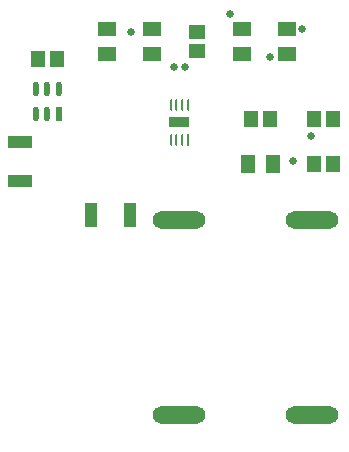
<source format=gbp>
G04*
G04 #@! TF.GenerationSoftware,Altium Limited,Altium Designer,22.3.1 (43)*
G04*
G04 Layer_Color=128*
%FSLAX25Y25*%
%MOIN*%
G70*
G04*
G04 #@! TF.SameCoordinates,F7C1A061-9160-4E77-96F9-A621A9ACEB86*
G04*
G04*
G04 #@! TF.FilePolarity,Positive*
G04*
G01*
G75*
%ADD15C,0.02500*%
%ADD19R,0.04331X0.08071*%
G04:AMPARAMS|DCode=36|XSize=175.2mil|YSize=59.84mil|CornerRadius=29.92mil|HoleSize=0mil|Usage=FLASHONLY|Rotation=0.000|XOffset=0mil|YOffset=0mil|HoleType=Round|Shape=RoundedRectangle|*
%AMROUNDEDRECTD36*
21,1,0.17520,0.00000,0,0,0.0*
21,1,0.11536,0.05984,0,0,0.0*
1,1,0.05984,0.05768,0.00000*
1,1,0.05984,-0.05768,0.00000*
1,1,0.05984,-0.05768,0.00000*
1,1,0.05984,0.05768,0.00000*
%
%ADD36ROUNDEDRECTD36*%
%ADD37R,0.08071X0.04331*%
%ADD39R,0.00955X0.03862*%
G04:AMPARAMS|DCode=40|XSize=38.62mil|YSize=9.55mil|CornerRadius=4.77mil|HoleSize=0mil|Usage=FLASHONLY|Rotation=90.000|XOffset=0mil|YOffset=0mil|HoleType=Round|Shape=RoundedRectangle|*
%AMROUNDEDRECTD40*
21,1,0.03862,0.00000,0,0,90.0*
21,1,0.02908,0.00955,0,0,90.0*
1,1,0.00955,0.00000,0.01454*
1,1,0.00955,0.00000,-0.01454*
1,1,0.00955,0.00000,-0.01454*
1,1,0.00955,0.00000,0.01454*
%
%ADD40ROUNDEDRECTD40*%
G04:AMPARAMS|DCode=41|XSize=47.45mil|YSize=20.86mil|CornerRadius=10.43mil|HoleSize=0mil|Usage=FLASHONLY|Rotation=90.000|XOffset=0mil|YOffset=0mil|HoleType=Round|Shape=RoundedRectangle|*
%AMROUNDEDRECTD41*
21,1,0.04745,0.00000,0,0,90.0*
21,1,0.02659,0.02086,0,0,90.0*
1,1,0.02086,0.00000,0.01330*
1,1,0.02086,0.00000,-0.01330*
1,1,0.02086,0.00000,-0.01330*
1,1,0.02086,0.00000,0.01330*
%
%ADD41ROUNDEDRECTD41*%
%ADD42R,0.02086X0.04745*%
%ADD43R,0.05938X0.04750*%
%ADD44R,0.04940X0.05733*%
%ADD45R,0.05733X0.04940*%
%ADD46R,0.04750X0.05938*%
%ADD49R,0.06929X0.03661*%
D15*
X-30869Y130945D02*
D03*
X-17169Y104380D02*
D03*
X-44000Y145000D02*
D03*
X-59098Y127353D02*
D03*
X-23000Y96000D02*
D03*
X-20000Y140000D02*
D03*
X-77000Y139000D02*
D03*
X-62902Y127467D02*
D03*
D19*
X-90496Y78000D02*
D03*
X-77504D02*
D03*
D36*
X-16756Y11500D02*
D03*
X-61244D02*
D03*
Y76500D02*
D03*
X-16756D02*
D03*
D37*
X-114000Y102496D02*
D03*
Y89504D02*
D03*
D39*
X-58047Y103230D02*
D03*
D40*
X-60016D02*
D03*
X-61984D02*
D03*
X-63953D02*
D03*
Y114770D02*
D03*
X-61984D02*
D03*
X-60016D02*
D03*
X-58047D02*
D03*
D41*
X-101260Y120136D02*
D03*
X-105000D02*
D03*
X-108740D02*
D03*
Y111864D02*
D03*
X-105000D02*
D03*
D42*
X-101260D02*
D03*
D43*
X-85000Y131863D02*
D03*
Y140137D02*
D03*
X-70000D02*
D03*
Y131863D02*
D03*
X-40000Y140137D02*
D03*
Y131863D02*
D03*
X-25000D02*
D03*
Y140137D02*
D03*
D44*
X-30749Y110000D02*
D03*
X-37251D02*
D03*
X-108251Y130000D02*
D03*
X-101749D02*
D03*
X-16251Y95000D02*
D03*
X-9749D02*
D03*
X-16251Y110000D02*
D03*
X-9749D02*
D03*
D45*
X-55000Y132749D02*
D03*
Y139251D02*
D03*
D46*
X-38137Y95000D02*
D03*
X-29863D02*
D03*
D49*
X-61000Y109000D02*
D03*
M02*

</source>
